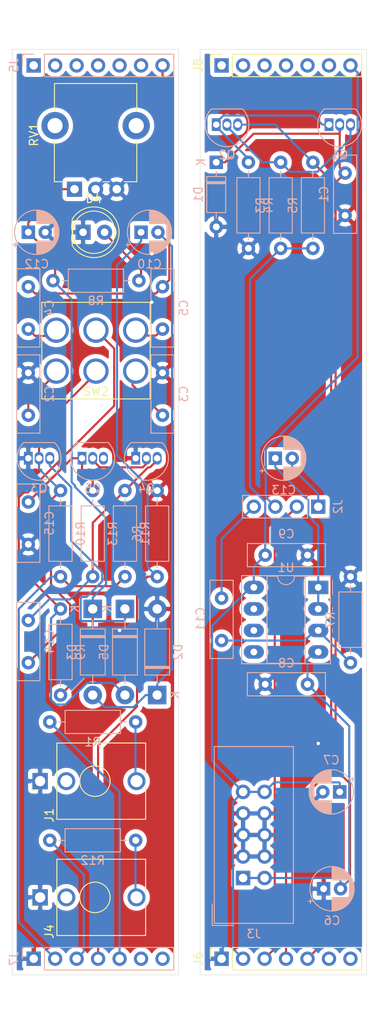
<source format=kicad_pcb>
(kicad_pcb (version 20171130) (host pcbnew "(5.1.2)-2")
  (layers (0 F.Cu signal) (31 B.Cu signal) (34 B.Paste user) (35 F.Paste user) (36 B.SilkS user) (37 F.SilkS user) (38 B.Mask user) (39 F.Mask user) (44 Edge.Cuts user))
  (net 0 "")
  (net 1 GND)
  (net 2 /C1_Hihat)
  (net 3 /C1_Snare)
  (net 4 /C2_Hihat)
  (net 5 /C2_Snare)
  (net 6 -12V)
  (net 7 +12V)
  (net 8 "Net-(C10-Pad2)")
  (net 9 "Net-(C11-Pad2)")
  (net 10 /Buffer_In)
  (net 11 "Net-(C12-Pad1)")
  (net 12 /Buffer_Out)
  (net 13 "Net-(C13-Pad1)")
  (net 14 "Net-(C14-Pad2)")
  (net 15 /C1_IN)
  (net 16 "Net-(C15-Pad2)")
  (net 17 "Net-(D4-Pad2)")
  (net 18 /C2_IN)
  (net 19 "Net-(D5-Pad1)")
  (net 20 "Net-(J1-PadT)")
  (net 21 "Net-(J4-PadT)")
  (net 22 "Net-(Q1-Pad1)")
  (net 23 "Net-(Q1-Pad3)")
  (net 24 "Net-(Q4-Pad2)")
  (net 25 "Net-(Q5-Pad3)")
  (net 26 "Net-(U1-Pad7)")
  (net 27 "Net-(U1-Pad6)")
  (net 28 "Net-(U1-Pad5)")
  (net 29 /GND_PCB_B)
  (net 30 /+12_PCB_B)
  (net 31 "Net-(J5-Pad6)")
  (net 32 "Net-(J5-Pad5)")
  (net 33 "Net-(J5-Pad4)")
  (net 34 "Net-(J5-Pad3)")
  (net 35 "Net-(J5-Pad2)")
  (net 36 "Net-(J5-Pad1)")
  (net 37 "Net-(J6-Pad7)")
  (net 38 "Net-(J6-Pad6)")
  (net 39 "Net-(J7-Pad7)")
  (net 40 "Net-(J7-Pad6)")
  (net 41 "Net-(J8-Pad6)")
  (net 42 "Net-(J8-Pad5)")
  (net 43 "Net-(J8-Pad4)")
  (net 44 "Net-(J8-Pad3)")
  (net 45 "Net-(J8-Pad2)")
  (net 46 "Net-(J8-Pad1)")
  (net 47 /Main_Out_PCB_B)
  (net 48 /Trigger_PCB_B)
  (net 49 /IN_PCB_A)
  (net 50 /IN_PCB_B)
  (net 51 /Trigger_PCB_A)
  (net 52 /Noise_Out_PCB_B)
  (net 53 /Noise_Out_PCB_A)
  (net 54 /Main_Out_PCB_A)
  (module Connector_PinSocket_2.54mm:PinSocket_1x07_P2.54mm_Vertical (layer F.Cu) (at 56.515 52.705 90)
    (fp_text reference J8 (at 0 -2.77 90) (layer F.SilkS))
    (fp_text value Conn_01x07_Female)
    (pad 7 thru_hole oval (at 0 15.24 90) (size 1.7 1.7) (drill 1) (layers *.Cu *.Mask) (net 53 /Noise_Out_PCB_A))
    (pad 6 thru_hole oval (at 0 12.7 90) (size 1.7 1.7) (drill 1) (layers *.Cu *.Mask) (net 41 "Net-(J8-Pad6)"))
    (pad 5 thru_hole oval (at 0 10.16 90) (size 1.7 1.7) (drill 1) (layers *.Cu *.Mask) (net 42 "Net-(J8-Pad5)"))
    (pad 4 thru_hole oval (at 0 7.62 90) (size 1.7 1.7) (drill 1) (layers *.Cu *.Mask) (net 43 "Net-(J8-Pad4)"))
    (pad 3 thru_hole oval (at 0 5.08 90) (size 1.7 1.7) (drill 1) (layers *.Cu *.Mask) (net 44 "Net-(J8-Pad3)"))
    (pad 2 thru_hole oval (at 0 2.54 90) (size 1.7 1.7) (drill 1) (layers *.Cu *.Mask) (net 45 "Net-(J8-Pad2)"))
    (pad 1 thru_hole rect (at 0 0 90) (size 1.7 1.7) (drill 1) (layers *.Cu *.Mask) (net 46 "Net-(J8-Pad1)"))
  )
  (module Connector_PinHeader_2.54mm:PinHeader_1x07_P2.54mm_Vertical (layer B.Cu) (at 34.29 158.115 270)
    (fp_text reference J7 (at 0 2.33 90) (layer B.SilkS) (effects (justify mirror)))
    (fp_text value Conn_01x07_Male)
    (pad 7 thru_hole oval (at 0 -15.24 270) (size 1.7 1.7) (drill 1) (layers *.Cu *.Mask) (net 39 "Net-(J7-Pad7)"))
    (pad 6 thru_hole oval (at 0 -12.7 270) (size 1.7 1.7) (drill 1) (layers *.Cu *.Mask) (net 40 "Net-(J7-Pad6)"))
    (pad 5 thru_hole oval (at 0 -10.16 270) (size 1.7 1.7) (drill 1) (layers *.Cu *.Mask) (net 50 /IN_PCB_B))
    (pad 4 thru_hole oval (at 0 -7.62 270) (size 1.7 1.7) (drill 1) (layers *.Cu *.Mask) (net 48 /Trigger_PCB_B))
    (pad 3 thru_hole oval (at 0 -5.08 270) (size 1.7 1.7) (drill 1) (layers *.Cu *.Mask) (net 47 /Main_Out_PCB_B))
    (pad 2 thru_hole oval (at 0 -2.54 270) (size 1.7 1.7) (drill 1) (layers *.Cu *.Mask) (net 30 /+12_PCB_B))
    (pad 1 thru_hole rect (at 0 0 270) (size 1.7 1.7) (drill 1) (layers *.Cu *.Mask) (net 29 /GND_PCB_B))
  )
  (module Connector_PinSocket_2.54mm:PinSocket_1x07_P2.54mm_Vertical (layer F.Cu) (at 56.515 158.115 90)
    (fp_text reference J6 (at 0 -2.77 90) (layer F.SilkS))
    (fp_text value Conn_01x07_Female)
    (pad 7 thru_hole oval (at 0 15.24 90) (size 1.7 1.7) (drill 1) (layers *.Cu *.Mask) (net 37 "Net-(J6-Pad7)"))
    (pad 6 thru_hole oval (at 0 12.7 90) (size 1.7 1.7) (drill 1) (layers *.Cu *.Mask) (net 38 "Net-(J6-Pad6)"))
    (pad 5 thru_hole oval (at 0 10.16 90) (size 1.7 1.7) (drill 1) (layers *.Cu *.Mask) (net 49 /IN_PCB_A))
    (pad 4 thru_hole oval (at 0 7.62 90) (size 1.7 1.7) (drill 1) (layers *.Cu *.Mask) (net 51 /Trigger_PCB_A))
    (pad 3 thru_hole oval (at 0 5.08 90) (size 1.7 1.7) (drill 1) (layers *.Cu *.Mask) (net 54 /Main_Out_PCB_A))
    (pad 2 thru_hole oval (at 0 2.54 90) (size 1.7 1.7) (drill 1) (layers *.Cu *.Mask) (net 7 +12V))
    (pad 1 thru_hole rect (at 0 0 90) (size 1.7 1.7) (drill 1) (layers *.Cu *.Mask) (net 1 GND))
  )
  (module Connector_PinHeader_2.54mm:PinHeader_1x07_P2.54mm_Vertical (layer B.Cu) (at 34.29 52.705 270)
    (fp_text reference J5 (at 0 2.33 270) (layer B.SilkS) (effects (justify mirror)))
    (fp_text value Conn_01x07_Male)
    (pad 7 thru_hole oval (at 0 -15.24 270) (size 1.7 1.7) (drill 1) (layers *.Cu *.Mask) (net 52 /Noise_Out_PCB_B))
    (pad 6 thru_hole oval (at 0 -12.7 270) (size 1.7 1.7) (drill 1) (layers *.Cu *.Mask) (net 31 "Net-(J5-Pad6)"))
    (pad 5 thru_hole oval (at 0 -10.16 270) (size 1.7 1.7) (drill 1) (layers *.Cu *.Mask) (net 32 "Net-(J5-Pad5)"))
    (pad 4 thru_hole oval (at 0 -7.62 270) (size 1.7 1.7) (drill 1) (layers *.Cu *.Mask) (net 33 "Net-(J5-Pad4)"))
    (pad 3 thru_hole oval (at 0 -5.08 270) (size 1.7 1.7) (drill 1) (layers *.Cu *.Mask) (net 34 "Net-(J5-Pad3)"))
    (pad 2 thru_hole oval (at 0 -2.54 270) (size 1.7 1.7) (drill 1) (layers *.Cu *.Mask) (net 35 "Net-(J5-Pad2)"))
    (pad 1 thru_hole rect (at 0 0 270) (size 1.7 1.7) (drill 1) (layers *.Cu *.Mask) (net 36 "Net-(J5-Pad1)"))
  )
  (module Package_DIP:DIP-8_W7.62mm_Socket_LongPads (layer B.Cu) (at 67.945 114.3 180)
    (fp_text reference U1 (at 3.81 2.33) (layer B.SilkS) (effects (justify mirror)))
    (fp_text value TL072)
    (pad 8 thru_hole oval (at 7.62 0 180) (size 2.4 1.6) (drill 0.8) (layers *.Cu *.Mask) (net 7 +12V))
    (pad 4 thru_hole oval (at 0 -7.62 180) (size 2.4 1.6) (drill 0.8) (layers *.Cu *.Mask) (net 6 -12V))
    (pad 7 thru_hole oval (at 7.62 -2.54 180) (size 2.4 1.6) (drill 0.8) (layers *.Cu *.Mask) (net 26 "Net-(U1-Pad7)"))
    (pad 3 thru_hole oval (at 0 -5.08 180) (size 2.4 1.6) (drill 0.8) (layers *.Cu *.Mask) (net 9 "Net-(C11-Pad2)"))
    (pad 6 thru_hole oval (at 7.62 -5.08 180) (size 2.4 1.6) (drill 0.8) (layers *.Cu *.Mask) (net 27 "Net-(U1-Pad6)"))
    (pad 2 thru_hole oval (at 0 -2.54 180) (size 2.4 1.6) (drill 0.8) (layers *.Cu *.Mask) (net 13 "Net-(C13-Pad1)"))
    (pad 5 thru_hole oval (at 7.62 -7.62 180) (size 2.4 1.6) (drill 0.8) (layers *.Cu *.Mask) (net 28 "Net-(U1-Pad5)"))
    (pad 1 thru_hole rect (at 0 0 180) (size 2.4 1.6) (drill 0.8) (layers *.Cu *.Mask) (net 13 "Net-(C13-Pad1)"))
  )
  (module mod_synth:DPDT_Switch_Vertical (layer F.Cu) (at 41.656 86.36)
    (fp_text reference SW2 (at 0 4.826) (layer F.SilkS))
    (fp_text value SW_DPDT_x2)
    (pad 6 thru_hole circle (at 4.7 -2.415) (size 3 3) (drill 2.25) (layers *.Cu *.Mask) (net 5 /C2_Snare))
    (pad 5 thru_hole circle (at 0 -2.415) (size 3 3) (drill 2.25) (layers *.Cu *.Mask) (net 18 /C2_IN))
    (pad 4 thru_hole circle (at -4.7 -2.415) (size 3 3) (drill 2.25) (layers *.Cu *.Mask) (net 4 /C2_Hihat))
    (pad 3 thru_hole circle (at 4.7 2.415) (size 3 3) (drill 2.25) (layers *.Cu *.Mask) (net 3 /C1_Snare))
    (pad 2 thru_hole circle (at 0 2.415) (size 3 3) (drill 2.25) (layers *.Cu *.Mask) (net 15 /C1_IN))
    (pad 1 thru_hole circle (at -4.7 2.415) (size 3 3) (drill 2.25) (layers *.Cu *.Mask) (net 2 /C1_Hihat))
  )
  (module Potentiometer_THT:Potentiometer_Alpha_RD901F-40-00D_Single_Vertical_CircularHoles (layer F.Cu) (at 39.116 67.31 90)
    (fp_text reference RV1 (at 6.45 -4.8 270) (layer F.SilkS))
    (fp_text value "1m (Decay)")
    (pad "" thru_hole circle (at 7.5 -2.3 180) (size 3.24 3.24) (drill 1.8) (layers *.Cu *.Mask))
    (pad "" thru_hole circle (at 7.5 7.3 180) (size 3.24 3.24) (drill 1.8) (layers *.Cu *.Mask))
    (pad 3 thru_hole circle (at 0 5 180) (size 1.8 1.8) (drill 1) (layers *.Cu *.Mask) (net 29 /GND_PCB_B))
    (pad 2 thru_hole circle (at 0 2.5 180) (size 1.8 1.8) (drill 1) (layers *.Cu *.Mask) (net 29 /GND_PCB_B))
    (pad 1 thru_hole rect (at 0 0 180) (size 1.8 1.8) (drill 1) (layers *.Cu *.Mask) (net 11 "Net-(C12-Pad1)"))
  )
  (module Resistor_THT:R_Axial_DIN0207_L6.3mm_D2.5mm_P10.16mm_Horizontal (layer B.Cu) (at 41.275 113.03 90)
    (fp_text reference R13 (at 5.08 2.37 270) (layer B.SilkS) (effects (justify mirror)))
    (fp_text value 47k)
    (pad 2 thru_hole oval (at 10.16 0 90) (size 1.6 1.6) (drill 0.8) (layers *.Cu *.Mask) (net 16 "Net-(C15-Pad2)"))
    (pad 1 thru_hole circle (at 0 0 90) (size 1.6 1.6) (drill 0.8) (layers *.Cu *.Mask) (net 14 "Net-(C14-Pad2)"))
  )
  (module Resistor_THT:R_Axial_DIN0207_L6.3mm_D2.5mm_P10.16mm_Horizontal (layer B.Cu) (at 36.195 144.145)
    (fp_text reference R12 (at 5.08 2.37 180) (layer B.SilkS) (effects (justify mirror)))
    (fp_text value 1k)
    (pad 2 thru_hole oval (at 10.16 0) (size 1.6 1.6) (drill 0.8) (layers *.Cu *.Mask) (net 21 "Net-(J4-PadT)"))
    (pad 1 thru_hole circle (at 0 0) (size 1.6 1.6) (drill 0.8) (layers *.Cu *.Mask) (net 47 /Main_Out_PCB_B))
  )
  (module Resistor_THT:R_Axial_DIN0207_L6.3mm_D2.5mm_P10.16mm_Horizontal (layer B.Cu) (at 45.085 113.03 90)
    (fp_text reference R11 (at 5.08 2.37 270) (layer B.SilkS) (effects (justify mirror)))
    (fp_text value 4k7)
    (pad 2 thru_hole oval (at 10.16 0 90) (size 1.6 1.6) (drill 0.8) (layers *.Cu *.Mask) (net 14 "Net-(C14-Pad2)"))
    (pad 1 thru_hole circle (at 0 0 90) (size 1.6 1.6) (drill 0.8) (layers *.Cu *.Mask) (net 30 /+12_PCB_B))
  )
  (module Resistor_THT:R_Axial_DIN0207_L6.3mm_D2.5mm_P10.16mm_Horizontal (layer B.Cu) (at 37.465 113.03 90)
    (fp_text reference R10 (at 5.08 2.37 270) (layer B.SilkS) (effects (justify mirror)))
    (fp_text value 1m)
    (pad 2 thru_hole oval (at 10.16 0 90) (size 1.6 1.6) (drill 0.8) (layers *.Cu *.Mask) (net 15 /C1_IN))
    (pad 1 thru_hole circle (at 0 0 90) (size 1.6 1.6) (drill 0.8) (layers *.Cu *.Mask) (net 30 /+12_PCB_B))
  )
  (module Resistor_THT:R_Axial_DIN0207_L6.3mm_D2.5mm_P10.16mm_Horizontal (layer B.Cu) (at 37.465 127 90)
    (fp_text reference R9 (at 5.08 2.37 270) (layer B.SilkS) (effects (justify mirror)))
    (fp_text value 33k)
    (pad 2 thru_hole oval (at 10.16 0 90) (size 1.6 1.6) (drill 0.8) (layers *.Cu *.Mask) (net 18 /C2_IN))
    (pad 1 thru_hole circle (at 0 0 90) (size 1.6 1.6) (drill 0.8) (layers *.Cu *.Mask) (net 11 "Net-(C12-Pad1)"))
  )
  (module Resistor_THT:R_Axial_DIN0207_L6.3mm_D2.5mm_P10.16mm_Horizontal (layer B.Cu) (at 36.576 78.105)
    (fp_text reference R8 (at 5.08 2.37 180) (layer B.SilkS) (effects (justify mirror)))
    (fp_text value 1k)
    (pad 2 thru_hole oval (at 10.16 0) (size 1.6 1.6) (drill 0.8) (layers *.Cu *.Mask) (net 17 "Net-(D4-Pad2)"))
    (pad 1 thru_hole circle (at 0 0) (size 1.6 1.6) (drill 0.8) (layers *.Cu *.Mask) (net 11 "Net-(C12-Pad1)"))
  )
  (module Resistor_THT:R_Axial_DIN0207_L6.3mm_D2.5mm_P10.16mm_Horizontal (layer B.Cu) (at 71.755 113.03 270)
    (fp_text reference R7 (at 5.08 2.37 270) (layer B.SilkS) (effects (justify mirror)))
    (fp_text value 1m)
    (pad 2 thru_hole oval (at 10.16 0 270) (size 1.6 1.6) (drill 0.8) (layers *.Cu *.Mask) (net 9 "Net-(C11-Pad2)"))
    (pad 1 thru_hole circle (at 0 0 270) (size 1.6 1.6) (drill 0.8) (layers *.Cu *.Mask) (net 1 GND))
  )
  (module Resistor_THT:R_Axial_DIN0207_L6.3mm_D2.5mm_P10.16mm_Horizontal (layer B.Cu) (at 48.895 102.87 270)
    (fp_text reference R6 (at 5.08 2.37 270) (layer B.SilkS) (effects (justify mirror)))
    (fp_text value "4k7 (OPTIONAL)")
    (pad 2 thru_hole oval (at 10.16 0 270) (size 1.6 1.6) (drill 0.8) (layers *.Cu *.Mask) (net 48 /Trigger_PCB_B))
    (pad 1 thru_hole circle (at 0 0 270) (size 1.6 1.6) (drill 0.8) (layers *.Cu *.Mask) (net 29 /GND_PCB_B))
  )
  (module Resistor_THT:R_Axial_DIN0207_L6.3mm_D2.5mm_P10.16mm_Horizontal (layer B.Cu) (at 67.31 64.135 270)
    (fp_text reference R5 (at 5.08 2.37 90) (layer B.SilkS) (effects (justify mirror)))
    (fp_text value 4k7)
    (pad 2 thru_hole oval (at 10.16 0 270) (size 1.6 1.6) (drill 0.8) (layers *.Cu *.Mask) (net 7 +12V))
    (pad 1 thru_hole circle (at 0 0 270) (size 1.6 1.6) (drill 0.8) (layers *.Cu *.Mask) (net 51 /Trigger_PCB_A))
  )
  (module Resistor_THT:R_Axial_DIN0207_L6.3mm_D2.5mm_P10.16mm_Horizontal (layer B.Cu) (at 59.69 74.295 90)
    (fp_text reference R4 (at 5.08 2.37 270) (layer B.SilkS) (effects (justify mirror)))
    (fp_text value 220)
    (pad 2 thru_hole oval (at 10.16 0 90) (size 1.6 1.6) (drill 0.8) (layers *.Cu *.Mask) (net 22 "Net-(Q1-Pad1)"))
    (pad 1 thru_hole circle (at 0 0 90) (size 1.6 1.6) (drill 0.8) (layers *.Cu *.Mask) (net 1 GND))
  )
  (module Resistor_THT:R_Axial_DIN0207_L6.3mm_D2.5mm_P10.16mm_Horizontal (layer B.Cu) (at 63.5 64.135 270)
    (fp_text reference R3 (at 5.08 2.37 270) (layer B.SilkS) (effects (justify mirror)))
    (fp_text value 47k)
    (pad 2 thru_hole oval (at 10.16 0 270) (size 1.6 1.6) (drill 0.8) (layers *.Cu *.Mask) (net 7 +12V))
    (pad 1 thru_hole circle (at 0 0 270) (size 1.6 1.6) (drill 0.8) (layers *.Cu *.Mask) (net 23 "Net-(Q1-Pad3)"))
  )
  (module Resistor_THT:R_Axial_DIN0207_L6.3mm_D2.5mm_P10.16mm_Horizontal (layer B.Cu) (at 36.195 130.175)
    (fp_text reference R1 (at 5.08 2.37 180) (layer B.SilkS) (effects (justify mirror)))
    (fp_text value 100k)
    (pad 2 thru_hole oval (at 10.16 0) (size 1.6 1.6) (drill 0.8) (layers *.Cu *.Mask) (net 20 "Net-(J1-PadT)"))
    (pad 1 thru_hole circle (at 0 0) (size 1.6 1.6) (drill 0.8) (layers *.Cu *.Mask) (net 50 /IN_PCB_B))
  )
  (module Package_TO_SOT_THT:TO-92_Inline (layer B.Cu) (at 40.005 99.06)
    (fp_text reference Q5 (at 1.27 3.56) (layer B.SilkS) (effects (justify mirror)))
    (fp_text value 2N3904)
    (pad 1 thru_hole rect (at 0 0) (size 1.05 1.5) (drill 0.75) (layers *.Cu *.Mask) (net 16 "Net-(C15-Pad2)"))
    (pad 3 thru_hole oval (at 2.54 0) (size 1.05 1.5) (drill 0.75) (layers *.Cu *.Mask) (net 25 "Net-(Q5-Pad3)"))
    (pad 2 thru_hole oval (at 1.27 0) (size 1.05 1.5) (drill 0.75) (layers *.Cu *.Mask) (net 24 "Net-(Q4-Pad2)"))
  )
  (module Package_TO_SOT_THT:TO-92_Inline (layer B.Cu) (at 46.355 99.06)
    (fp_text reference Q4 (at 1.27 3.56) (layer B.SilkS) (effects (justify mirror)))
    (fp_text value 2N3904)
    (pad 1 thru_hole rect (at 0 0) (size 1.05 1.5) (drill 0.75) (layers *.Cu *.Mask) (net 29 /GND_PCB_B))
    (pad 3 thru_hole oval (at 2.54 0) (size 1.05 1.5) (drill 0.75) (layers *.Cu *.Mask) (net 14 "Net-(C14-Pad2)"))
    (pad 2 thru_hole oval (at 1.27 0) (size 1.05 1.5) (drill 0.75) (layers *.Cu *.Mask) (net 24 "Net-(Q4-Pad2)"))
  )
  (module Package_TO_SOT_THT:TO-92_Inline (layer B.Cu) (at 33.655 99.06)
    (fp_text reference Q3 (at 1.27 3.56) (layer B.SilkS) (effects (justify mirror)))
    (fp_text value 2N3904)
    (pad 1 thru_hole rect (at 0 0) (size 1.05 1.5) (drill 0.75) (layers *.Cu *.Mask) (net 29 /GND_PCB_B))
    (pad 3 thru_hole oval (at 2.54 0) (size 1.05 1.5) (drill 0.75) (layers *.Cu *.Mask) (net 19 "Net-(D5-Pad1)"))
    (pad 2 thru_hole oval (at 1.27 0) (size 1.05 1.5) (drill 0.75) (layers *.Cu *.Mask) (net 15 /C1_IN))
  )
  (module Package_TO_SOT_THT:TO-92_Inline (layer B.Cu) (at 55.88 59.69)
    (fp_text reference Q2 (at 1.27 3.56) (layer B.SilkS) (effects (justify mirror)))
    (fp_text value 2N3904)
    (pad 1 thru_hole rect (at 0 0) (size 1.05 1.5) (drill 0.75) (layers *.Cu *.Mask) (net 22 "Net-(Q1-Pad1)"))
    (pad 3 thru_hole oval (at 2.54 0) (size 1.05 1.5) (drill 0.75) (layers *.Cu *.Mask) (net 51 /Trigger_PCB_A))
    (pad 2 thru_hole oval (at 1.27 0) (size 1.05 1.5) (drill 0.75) (layers *.Cu *.Mask) (net 23 "Net-(Q1-Pad3)"))
  )
  (module Package_TO_SOT_THT:TO-92_Inline (layer B.Cu) (at 69.215 59.69)
    (fp_text reference Q1 (at 1.27 3.56) (layer B.SilkS) (effects (justify mirror)))
    (fp_text value 2N3904)
    (pad 1 thru_hole rect (at 0 0) (size 1.05 1.5) (drill 0.75) (layers *.Cu *.Mask) (net 22 "Net-(Q1-Pad1)"))
    (pad 3 thru_hole oval (at 2.54 0) (size 1.05 1.5) (drill 0.75) (layers *.Cu *.Mask) (net 23 "Net-(Q1-Pad3)"))
    (pad 2 thru_hole oval (at 1.27 0) (size 1.05 1.5) (drill 0.75) (layers *.Cu *.Mask) (net 49 /IN_PCB_A))
  )
  (module Connector_Audio:Jack_3.5mm_QingPu_WQP-PJ398SM_Vertical_CircularHoles (layer F.Cu) (at 35.052 150.876 90)
    (fp_text reference J4 (at -4.03 1.08 270) (layer F.SilkS))
    (fp_text value Out)
    (pad T thru_hole circle (at 0 11.4 270) (size 2.13 2.13) (drill 1.43) (layers *.Cu *.Mask) (net 21 "Net-(J4-PadT)"))
    (pad S thru_hole rect (at 0 0 270) (size 1.93 1.83) (drill 1.22) (layers *.Cu *.Mask) (net 29 /GND_PCB_B))
    (pad TN thru_hole circle (at 0 3.1 270) (size 2.13 2.13) (drill 1.42) (layers *.Cu *.Mask))
  )
  (module Connector_IDC:IDC-Header_2x05_P2.54mm_Vertical (layer B.Cu) (at 59.055 148.59)
    (fp_text reference J3 (at 1.27 6.604) (layer B.SilkS) (effects (justify mirror)))
    (fp_text value Conn_02x05_Odd_Even)
    (pad 10 thru_hole oval (at 2.54 -10.16) (size 1.7272 1.7272) (drill 1.016) (layers *.Cu *.Mask) (net 7 +12V))
    (pad 9 thru_hole oval (at 0 -10.16) (size 1.7272 1.7272) (drill 1.016) (layers *.Cu *.Mask) (net 7 +12V))
    (pad 8 thru_hole oval (at 2.54 -7.62) (size 1.7272 1.7272) (drill 1.016) (layers *.Cu *.Mask) (net 1 GND))
    (pad 7 thru_hole oval (at 0 -7.62) (size 1.7272 1.7272) (drill 1.016) (layers *.Cu *.Mask) (net 1 GND))
    (pad 6 thru_hole oval (at 2.54 -5.08) (size 1.7272 1.7272) (drill 1.016) (layers *.Cu *.Mask) (net 1 GND))
    (pad 5 thru_hole oval (at 0 -5.08) (size 1.7272 1.7272) (drill 1.016) (layers *.Cu *.Mask) (net 1 GND))
    (pad 4 thru_hole oval (at 2.54 -2.54) (size 1.7272 1.7272) (drill 1.016) (layers *.Cu *.Mask) (net 1 GND))
    (pad 3 thru_hole oval (at 0 -2.54) (size 1.7272 1.7272) (drill 1.016) (layers *.Cu *.Mask) (net 1 GND))
    (pad 2 thru_hole oval (at 2.54 0) (size 1.7272 1.7272) (drill 1.016) (layers *.Cu *.Mask) (net 6 -12V))
    (pad 1 thru_hole rect (at 0 0) (size 1.7272 1.7272) (drill 1.016) (layers *.Cu *.Mask) (net 6 -12V))
  )
  (module Connector_PinHeader_2.54mm:PinHeader_1x04_P2.54mm_Vertical (layer B.Cu) (at 67.945 104.775 90)
    (fp_text reference J2 (at 0 2.33 90) (layer B.SilkS) (effects (justify mirror)))
    (fp_text value Conn_01x04_Male)
    (pad 4 thru_hole oval (at 0 -7.62 90) (size 1.7 1.7) (drill 1) (layers *.Cu *.Mask) (net 10 /Buffer_In))
    (pad 3 thru_hole oval (at 0 -5.08 90) (size 1.7 1.7) (drill 1) (layers *.Cu *.Mask) (net 53 /Noise_Out_PCB_A))
    (pad 2 thru_hole oval (at 0 -2.54 90) (size 1.7 1.7) (drill 1) (layers *.Cu *.Mask) (net 54 /Main_Out_PCB_A))
    (pad 1 thru_hole rect (at 0 0 90) (size 1.7 1.7) (drill 1) (layers *.Cu *.Mask) (net 12 /Buffer_Out))
  )
  (module Connector_Audio:Jack_3.5mm_QingPu_WQP-PJ398SM_Vertical_CircularHoles (layer F.Cu) (at 35.052 137.16 90)
    (fp_text reference J1 (at -4.03 1.08 270) (layer F.SilkS))
    (fp_text value Trigger)
    (pad T thru_hole circle (at 0 11.4 270) (size 2.13 2.13) (drill 1.43) (layers *.Cu *.Mask) (net 20 "Net-(J1-PadT)"))
    (pad S thru_hole rect (at 0 0 270) (size 1.93 1.83) (drill 1.22) (layers *.Cu *.Mask) (net 29 /GND_PCB_B))
    (pad TN thru_hole circle (at 0 3.1 270) (size 2.13 2.13) (drill 1.42) (layers *.Cu *.Mask))
  )
  (module Diode_THT:D_DO-41_SOD81_P10.16mm_Horizontal (layer B.Cu) (at 45.085 116.84 270)
    (fp_text reference D5 (at 5.08 2.47 270) (layer B.SilkS) (effects (justify mirror)))
    (fp_text value 1N4001)
    (fp_text user K (at 0 2.1 270) (layer B.SilkS) (effects (justify mirror)))
    (pad 2 thru_hole oval (at 10.16 0 270) (size 2.2 2.2) (drill 1.1) (layers *.Cu *.Mask) (net 18 /C2_IN))
    (pad 1 thru_hole rect (at 0 0 270) (size 2.2 2.2) (drill 1.1) (layers *.Cu *.Mask) (net 19 "Net-(D5-Pad1)"))
  )
  (module LED_THT:LED_D5.0mm (layer F.Cu) (at 40.132 72.39)
    (fp_text reference D4 (at 1.27 -3.96) (layer F.SilkS))
    (fp_text value LED)
    (pad 2 thru_hole circle (at 2.54 0) (size 1.8 1.8) (drill 0.9) (layers *.Cu *.Mask) (net 17 "Net-(D4-Pad2)"))
    (pad 1 thru_hole rect (at 0 0) (size 1.8 1.8) (drill 0.9) (layers *.Cu *.Mask) (net 29 /GND_PCB_B))
  )
  (module Diode_THT:D_DO-41_SOD81_P10.16mm_Horizontal (layer B.Cu) (at 41.275 116.84 270)
    (fp_text reference D3 (at 5.08 2.47 270) (layer B.SilkS) (effects (justify mirror)))
    (fp_text value 1N4001)
    (fp_text user K (at 0 2.1 270) (layer B.SilkS) (effects (justify mirror)))
    (pad 2 thru_hole oval (at 10.16 0 270) (size 2.2 2.2) (drill 1.1) (layers *.Cu *.Mask) (net 8 "Net-(C10-Pad2)"))
    (pad 1 thru_hole rect (at 0 0 270) (size 2.2 2.2) (drill 1.1) (layers *.Cu *.Mask) (net 11 "Net-(C12-Pad1)"))
  )
  (module Diode_THT:D_DO-41_SOD81_P10.16mm_Horizontal (layer B.Cu) (at 48.895 127 90)
    (fp_text reference D2 (at 5.08 2.47 270) (layer B.SilkS) (effects (justify mirror)))
    (fp_text value 1N4001)
    (fp_text user K (at 0 2.1 270) (layer B.SilkS) (effects (justify mirror)))
    (pad 2 thru_hole oval (at 10.16 0 90) (size 2.2 2.2) (drill 1.1) (layers *.Cu *.Mask) (net 29 /GND_PCB_B))
    (pad 1 thru_hole rect (at 0 0 90) (size 2.2 2.2) (drill 1.1) (layers *.Cu *.Mask) (net 8 "Net-(C10-Pad2)"))
  )
  (module Diode_THT:D_DO-35_SOD27_P7.62mm_Horizontal (layer B.Cu) (at 55.88 64.135 270)
    (fp_text reference D1 (at 3.81 2.12 270) (layer B.SilkS) (effects (justify mirror)))
    (fp_text value 1N4148)
    (fp_text user K (at 0 1.8 270) (layer B.SilkS) (effects (justify mirror)))
    (pad 2 thru_hole oval (at 7.62 0 270) (size 1.6 1.6) (drill 0.8) (layers *.Cu *.Mask) (net 1 GND))
    (pad 1 thru_hole rect (at 0 0 270) (size 1.6 1.6) (drill 0.8) (layers *.Cu *.Mask) (net 49 /IN_PCB_A))
  )
  (module Capacitor_THT:C_Disc_D9.0mm_W2.5mm_P5.00mm (layer B.Cu) (at 33.655 109.22 90)
    (fp_text reference C15 (at 2.5 2.5 270) (layer B.SilkS) (effects (justify mirror)))
    (fp_text value 0.1uf)
    (pad 2 thru_hole circle (at 5 0 90) (size 1.6 1.6) (drill 0.8) (layers *.Cu *.Mask) (net 16 "Net-(C15-Pad2)"))
    (pad 1 thru_hole circle (at 0 0 90) (size 1.6 1.6) (drill 0.8) (layers *.Cu *.Mask) (net 29 /GND_PCB_B))
  )
  (module Capacitor_THT:C_Disc_D9.0mm_W2.5mm_P5.00mm (layer B.Cu) (at 33.655 123.19 90)
    (fp_text reference C14 (at 2.5 2.5 270) (layer B.SilkS) (effects (justify mirror)))
    (fp_text value 0.1uf)
    (pad 2 thru_hole circle (at 5 0 90) (size 1.6 1.6) (drill 0.8) (layers *.Cu *.Mask) (net 14 "Net-(C14-Pad2)"))
    (pad 1 thru_hole circle (at 0 0 90) (size 1.6 1.6) (drill 0.8) (layers *.Cu *.Mask) (net 15 /C1_IN))
  )
  (module Capacitor_THT:CP_Radial_D5.0mm_P2.00mm (layer B.Cu) (at 62.865 99.06)
    (fp_text reference C13 (at 1 3.75) (layer B.SilkS) (effects (justify mirror)))
    (fp_text value 10uf)
    (pad 2 thru_hole circle (at 2 0) (size 1.6 1.6) (drill 0.8) (layers *.Cu *.Mask) (net 12 /Buffer_Out))
    (pad 1 thru_hole rect (at 0 0) (size 1.6 1.6) (drill 0.8) (layers *.Cu *.Mask) (net 13 "Net-(C13-Pad1)"))
  )
  (module Capacitor_THT:CP_Radial_D5.0mm_P2.00mm (layer B.Cu) (at 33.655 72.39)
    (fp_text reference C12 (at 1 3.75) (layer B.SilkS) (effects (justify mirror)))
    (fp_text value 10uf)
    (pad 2 thru_hole circle (at 2 0) (size 1.6 1.6) (drill 0.8) (layers *.Cu *.Mask) (net 29 /GND_PCB_B))
    (pad 1 thru_hole rect (at 0 0) (size 1.6 1.6) (drill 0.8) (layers *.Cu *.Mask) (net 11 "Net-(C12-Pad1)"))
  )
  (module Capacitor_THT:C_Disc_D9.0mm_W2.5mm_P5.00mm (layer B.Cu) (at 56.515 115.57 270)
    (fp_text reference C11 (at 2.5 2.5 270) (layer B.SilkS) (effects (justify mirror)))
    (fp_text value 0.1uf)
    (pad 2 thru_hole circle (at 5 0 270) (size 1.6 1.6) (drill 0.8) (layers *.Cu *.Mask) (net 9 "Net-(C11-Pad2)"))
    (pad 1 thru_hole circle (at 0 0 270) (size 1.6 1.6) (drill 0.8) (layers *.Cu *.Mask) (net 10 /Buffer_In))
  )
  (module Capacitor_THT:CP_Radial_D5.0mm_P2.00mm (layer B.Cu) (at 46.99 72.39)
    (fp_text reference C10 (at 1 3.75) (layer B.SilkS) (effects (justify mirror)))
    (fp_text value 10uf)
    (pad 2 thru_hole circle (at 2 0) (size 1.6 1.6) (drill 0.8) (layers *.Cu *.Mask) (net 8 "Net-(C10-Pad2)"))
    (pad 1 thru_hole rect (at 0 0) (size 1.6 1.6) (drill 0.8) (layers *.Cu *.Mask) (net 48 /Trigger_PCB_B))
  )
  (module Capacitor_THT:C_Disc_D9.0mm_W2.5mm_P5.00mm (layer B.Cu) (at 66.675 110.49 180)
    (fp_text reference C9 (at 2.5 2.5) (layer B.SilkS) (effects (justify mirror)))
    (fp_text value 100nf)
    (pad 2 thru_hole circle (at 5 0 180) (size 1.6 1.6) (drill 0.8) (layers *.Cu *.Mask) (net 7 +12V))
    (pad 1 thru_hole circle (at 0 0 180) (size 1.6 1.6) (drill 0.8) (layers *.Cu *.Mask) (net 1 GND))
  )
  (module Capacitor_THT:C_Disc_D9.0mm_W2.5mm_P5.00mm (layer B.Cu) (at 66.675 125.73 180)
    (fp_text reference C8 (at 2.5 2.5) (layer B.SilkS) (effects (justify mirror)))
    (fp_text value 100nf)
    (pad 2 thru_hole circle (at 5 0 180) (size 1.6 1.6) (drill 0.8) (layers *.Cu *.Mask) (net 1 GND))
    (pad 1 thru_hole circle (at 0 0 180) (size 1.6 1.6) (drill 0.8) (layers *.Cu *.Mask) (net 6 -12V))
  )
  (module Capacitor_THT:CP_Radial_D5.0mm_P2.00mm (layer B.Cu) (at 70.485 138.43 180)
    (fp_text reference C7 (at 1 3.75) (layer B.SilkS) (effects (justify mirror)))
    (fp_text value 10uf)
    (pad 2 thru_hole circle (at 2 0 180) (size 1.6 1.6) (drill 0.8) (layers *.Cu *.Mask) (net 1 GND))
    (pad 1 thru_hole rect (at 0 0 180) (size 1.6 1.6) (drill 0.8) (layers *.Cu *.Mask) (net 7 +12V))
  )
  (module Capacitor_THT:CP_Radial_D5.0mm_P2.00mm (layer B.Cu) (at 68.58 149.86)
    (fp_text reference C6 (at 1 3.75) (layer B.SilkS) (effects (justify mirror)))
    (fp_text value 10uf)
    (pad 2 thru_hole circle (at 2 0) (size 1.6 1.6) (drill 0.8) (layers *.Cu *.Mask) (net 6 -12V))
    (pad 1 thru_hole rect (at 0 0) (size 1.6 1.6) (drill 0.8) (layers *.Cu *.Mask) (net 1 GND))
  )
  (module Capacitor_THT:C_Disc_D9.0mm_W2.5mm_P5.00mm (layer B.Cu) (at 49.53 83.82 90)
    (fp_text reference C5 (at 2.5 2.5 90) (layer B.SilkS) (effects (justify mirror)))
    (fp_text value "0.005uf (Snare)")
    (pad 2 thru_hole circle (at 5 0 90) (size 1.6 1.6) (drill 0.8) (layers *.Cu *.Mask) (net 52 /Noise_Out_PCB_B))
    (pad 1 thru_hole circle (at 0 0 90) (size 1.6 1.6) (drill 0.8) (layers *.Cu *.Mask) (net 5 /C2_Snare))
  )
  (module Capacitor_THT:C_Disc_D9.0mm_W2.5mm_P5.00mm (layer B.Cu) (at 33.655 83.82 90)
    (fp_text reference C4 (at 2.5 2.5 270) (layer B.SilkS) (effects (justify mirror)))
    (fp_text value "680pf (Hihat)")
    (pad 2 thru_hole circle (at 5 0 90) (size 1.6 1.6) (drill 0.8) (layers *.Cu *.Mask) (net 52 /Noise_Out_PCB_B))
    (pad 1 thru_hole circle (at 0 0 90) (size 1.6 1.6) (drill 0.8) (layers *.Cu *.Mask) (net 4 /C2_Hihat))
  )
  (module Capacitor_THT:C_Disc_D9.0mm_W2.5mm_P5.00mm (layer B.Cu) (at 49.53 93.98 90)
    (fp_text reference C3 (at 2.5 2.5 90) (layer B.SilkS) (effects (justify mirror)))
    (fp_text value "0.1uf (Snare)")
    (pad 2 thru_hole circle (at 5 0 90) (size 1.6 1.6) (drill 0.8) (layers *.Cu *.Mask) (net 29 /GND_PCB_B))
    (pad 1 thru_hole circle (at 0 0 90) (size 1.6 1.6) (drill 0.8) (layers *.Cu *.Mask) (net 3 /C1_Snare))
  )
  (module Capacitor_THT:C_Disc_D9.0mm_W2.5mm_P5.00mm (layer B.Cu) (at 33.655 93.98 90)
    (fp_text reference C2 (at 2.5 2.5 90) (layer B.SilkS) (effects (justify mirror)))
    (fp_text value "0.001uf (Hihat)")
    (pad 2 thru_hole circle (at 5 0 90) (size 1.6 1.6) (drill 0.8) (layers *.Cu *.Mask) (net 29 /GND_PCB_B))
    (pad 1 thru_hole circle (at 0 0 90) (size 1.6 1.6) (drill 0.8) (layers *.Cu *.Mask) (net 2 /C1_Hihat))
  )
  (module Capacitor_THT:C_Disc_D9.0mm_W2.5mm_P5.00mm (layer B.Cu) (at 71.12 65.405 270)
    (fp_text reference C1 (at 2.5 2.5 90) (layer B.SilkS) (effects (justify mirror)))
    (fp_text value "100nf to 1uf")
    (pad 2 thru_hole circle (at 5 0 270) (size 1.6 1.6) (drill 0.8) (layers *.Cu *.Mask) (net 1 GND))
    (pad 1 thru_hole circle (at 0 0 270) (size 1.6 1.6) (drill 0.8) (layers *.Cu *.Mask) (net 49 /IN_PCB_A))
  )
  (gr_line (start 73.66 50.8) (end 53.975 50.8) (layer Edge.Cuts) (width 0.05))
  (gr_line (start 73.66 160.02) (end 73.66 50.8) (layer Edge.Cuts) (width 0.05))
  (gr_line (start 53.975 160.02) (end 73.66 160.02) (layer Edge.Cuts) (width 0.05))
  (gr_line (start 53.975 50.8) (end 53.975 160.02) (layer Edge.Cuts) (width 0.05))
  (gr_line (start 51.435 50.8) (end 31.75 50.8) (layer Edge.Cuts) (width 0.05))
  (gr_line (start 51.435 160.02) (end 51.435 50.8) (layer Edge.Cuts) (width 0.05))
  (gr_line (start 31.75 160.02) (end 51.435 160.02) (layer Edge.Cuts) (width 0.05))
  (gr_line (start 31.75 50.8) (end 31.75 160.02) (layer Edge.Cuts) (width 0.05))
  (via (at 67.945 132.715) (size 0.8) (drill 0.4) (layers F.Cu B.Cu) (net 1))
  (segment (start 33.655 92.33) (end 33.655 93.98) (width 0.25) (layer F.Cu) (net 2))
  (segment (start 36.575 89.41) (end 33.655 92.33) (width 0.25) (layer F.Cu) (net 2))
  (segment (start 45.975 90.425) (end 45.975 89.41) (width 0.25) (layer F.Cu) (net 3))
  (segment (start 49.53 93.98) (end 45.975 90.425) (width 0.25) (layer F.Cu) (net 3))
  (segment (start 36.535001 84.619999) (end 36.575 84.58) (width 0.25) (layer F.Cu) (net 4))
  (segment (start 34.454999 84.619999) (end 36.535001 84.619999) (width 0.25) (layer F.Cu) (net 4))
  (segment (start 33.655 83.82) (end 34.454999 84.619999) (width 0.25) (layer F.Cu) (net 4))
  (segment (start 48.77 84.58) (end 49.53 83.82) (width 0.25) (layer F.Cu) (net 5))
  (segment (start 45.975 84.58) (end 48.77 84.58) (width 0.25) (layer F.Cu) (net 5))
  (segment (start 60.1686 148.59) (end 61.595 148.59) (width 0.25) (layer B.Cu) (net 6))
  (segment (start 59.055 148.59) (end 60.1686 148.59) (width 0.25) (layer B.Cu) (net 6))
  (segment (start 70.58 148.72863) (end 70.58 149.86) (width 0.25) (layer B.Cu) (net 6))
  (segment (start 70.44137 148.59) (end 70.58 148.72863) (width 0.25) (layer B.Cu) (net 6))
  (segment (start 61.595 148.59) (end 70.44137 148.59) (width 0.25) (layer B.Cu) (net 6))
  (segment (start 67.545 121.92) (end 67.945 121.92) (width 0.25) (layer B.Cu) (net 6))
  (segment (start 66.495 122.97) (end 67.545 121.92) (width 0.25) (layer B.Cu) (net 6))
  (segment (start 66.495 123.01) (end 66.495 122.97) (width 0.25) (layer B.Cu) (net 6))
  (segment (start 66.675 123.19) (end 66.495 123.01) (width 0.25) (layer B.Cu) (net 6))
  (segment (start 66.675 125.73) (end 66.675 123.19) (width 0.25) (layer B.Cu) (net 6))
  (segment (start 71.379999 149.060001) (end 70.58 149.86) (width 0.25) (layer B.Cu) (net 6))
  (segment (start 71.610001 148.829999) (end 71.379999 149.060001) (width 0.25) (layer B.Cu) (net 6))
  (segment (start 71.610001 130.665001) (end 71.610001 148.829999) (width 0.25) (layer B.Cu) (net 6))
  (segment (start 66.675 125.73) (end 71.610001 130.665001) (width 0.25) (layer B.Cu) (net 6))
  (segment (start 59.055 138.43) (end 61.595 138.43) (width 0.25) (layer B.Cu) (net 7))
  (segment (start 70.485 137.38) (end 70.485 138.43) (width 0.25) (layer B.Cu) (net 7))
  (segment (start 70.409999 137.304999) (end 70.485 137.38) (width 0.25) (layer B.Cu) (net 7))
  (segment (start 62.720001 137.304999) (end 70.409999 137.304999) (width 0.25) (layer B.Cu) (net 7))
  (segment (start 61.595 138.43) (end 62.720001 137.304999) (width 0.25) (layer B.Cu) (net 7))
  (segment (start 58.205001 157.265001) (end 59.055 158.115) (width 0.25) (layer B.Cu) (net 7))
  (segment (start 57.866399 156.926399) (end 58.205001 157.265001) (width 0.25) (layer B.Cu) (net 7))
  (segment (start 57.866399 139.618601) (end 57.866399 156.926399) (width 0.25) (layer B.Cu) (net 7))
  (segment (start 59.055 138.43) (end 57.866399 139.618601) (width 0.25) (layer B.Cu) (net 7))
  (segment (start 60.325 111.84) (end 61.675 110.49) (width 0.25) (layer B.Cu) (net 7))
  (segment (start 60.325 114.3) (end 60.325 111.84) (width 0.25) (layer B.Cu) (net 7))
  (segment (start 58.191401 137.566401) (end 59.055 138.43) (width 0.25) (layer B.Cu) (net 7))
  (segment (start 55.389999 134.764999) (end 58.191401 137.566401) (width 0.25) (layer B.Cu) (net 7))
  (segment (start 55.389999 118.835001) (end 55.389999 134.764999) (width 0.25) (layer B.Cu) (net 7))
  (segment (start 59.925 114.3) (end 55.389999 118.835001) (width 0.25) (layer B.Cu) (net 7))
  (segment (start 60.325 114.3) (end 59.925 114.3) (width 0.25) (layer B.Cu) (net 7))
  (segment (start 59.874991 102.421401) (end 59.874991 77.920009) (width 0.25) (layer B.Cu) (net 7))
  (segment (start 62.700001 75.094999) (end 63.5 74.295) (width 0.25) (layer B.Cu) (net 7))
  (segment (start 61.675 104.22141) (end 59.874991 102.421401) (width 0.25) (layer B.Cu) (net 7))
  (segment (start 61.675 110.49) (end 61.675 104.22141) (width 0.25) (layer B.Cu) (net 7))
  (segment (start 59.874991 77.920009) (end 62.700001 75.094999) (width 0.25) (layer B.Cu) (net 7))
  (segment (start 63.5 74.295) (end 67.31 74.295) (width 0.25) (layer B.Cu) (net 7))
  (segment (start 42.374999 128.099999) (end 41.275 127) (width 0.25) (layer B.Cu) (net 8))
  (segment (start 42.700001 128.425001) (end 42.374999 128.099999) (width 0.25) (layer B.Cu) (net 8))
  (segment (start 46.119999 128.425001) (end 42.700001 128.425001) (width 0.25) (layer B.Cu) (net 8))
  (segment (start 47.545 127) (end 46.119999 128.425001) (width 0.25) (layer B.Cu) (net 8))
  (segment (start 48.895 127) (end 47.545 127) (width 0.25) (layer B.Cu) (net 8))
  (segment (start 48.895 125.65) (end 48.895 127) (width 0.25) (layer B.Cu) (net 8))
  (segment (start 50.655001 123.889999) (end 48.895 125.65) (width 0.25) (layer B.Cu) (net 8))
  (segment (start 50.655001 74.055001) (end 50.655001 123.889999) (width 0.25) (layer B.Cu) (net 8))
  (segment (start 48.99 72.39) (end 50.655001 74.055001) (width 0.25) (layer B.Cu) (net 8))
  (segment (start 71.755 123.19) (end 67.945 119.38) (width 0.25) (layer B.Cu) (net 9))
  (segment (start 57.64637 120.57) (end 56.515 120.57) (width 0.25) (layer B.Cu) (net 9))
  (segment (start 66.355 120.57) (end 57.64637 120.57) (width 0.25) (layer B.Cu) (net 9))
  (segment (start 67.545 119.38) (end 66.355 120.57) (width 0.25) (layer B.Cu) (net 9))
  (segment (start 67.945 119.38) (end 67.545 119.38) (width 0.25) (layer B.Cu) (net 9))
  (segment (start 56.515 108.585) (end 60.325 104.775) (width 0.25) (layer B.Cu) (net 10))
  (segment (start 56.515 115.57) (end 56.515 108.585) (width 0.25) (layer B.Cu) (net 10))
  (segment (start 37.585 67.31) (end 38.735 67.31) (width 0.25) (layer F.Cu) (net 11))
  (segment (start 33.655 71.24) (end 37.585 67.31) (width 0.25) (layer F.Cu) (net 11))
  (segment (start 33.655 72.39) (end 33.655 71.24) (width 0.25) (layer F.Cu) (net 11))
  (segment (start 36.83 75.565) (end 33.655 72.39) (width 0.25) (layer F.Cu) (net 11))
  (segment (start 36.83 78.105) (end 36.83 75.565) (width 0.25) (layer F.Cu) (net 11))
  (segment (start 41.275 123.19) (end 37.465 127) (width 0.25) (layer F.Cu) (net 11))
  (segment (start 41.275 116.84) (end 41.275 123.19) (width 0.25) (layer F.Cu) (net 11))
  (segment (start 41.275 115.49) (end 42.850012 113.914988) (width 0.25) (layer B.Cu) (net 11))
  (segment (start 42.850012 106.110014) (end 39.185011 102.445013) (width 0.25) (layer B.Cu) (net 11))
  (segment (start 39.185011 102.445013) (end 39.185011 102.288598) (width 0.25) (layer B.Cu) (net 11))
  (segment (start 41.275 116.84) (end 41.275 115.49) (width 0.25) (layer B.Cu) (net 11))
  (segment (start 42.850012 113.914988) (end 42.850012 106.110014) (width 0.25) (layer B.Cu) (net 11))
  (segment (start 38.781001 101.884588) (end 39.185011 102.288598) (width 0.25) (layer B.Cu) (net 11))
  (segment (start 38.781001 80.310001) (end 38.781001 101.884588) (width 0.25) (layer B.Cu) (net 11))
  (segment (start 36.576 78.105) (end 38.781001 80.310001) (width 0.25) (layer B.Cu) (net 11))
  (segment (start 67.945 103.675) (end 67.945 104.775) (width 0.25) (layer B.Cu) (net 12))
  (segment (start 67.945 103.27137) (end 67.945 103.675) (width 0.25) (layer B.Cu) (net 12))
  (segment (start 64.865 100.19137) (end 67.945 103.27137) (width 0.25) (layer B.Cu) (net 12))
  (segment (start 64.865 99.06) (end 64.865 100.19137) (width 0.25) (layer B.Cu) (net 12))
  (segment (start 67.945 116.84) (end 67.945 114.3) (width 0.25) (layer B.Cu) (net 13))
  (segment (start 62.865 100.11) (end 62.865 99.06) (width 0.25) (layer B.Cu) (net 13))
  (segment (start 66.769999 104.014999) (end 62.865 100.11) (width 0.25) (layer B.Cu) (net 13))
  (segment (start 66.769999 105.885001) (end 66.769999 104.014999) (width 0.25) (layer B.Cu) (net 13))
  (segment (start 67.945 107.060002) (end 66.769999 105.885001) (width 0.25) (layer B.Cu) (net 13))
  (segment (start 67.945 114.3) (end 67.945 107.060002) (width 0.25) (layer B.Cu) (net 13))
  (segment (start 48.895 99.285) (end 48.895 99.06) (width 0.25) (layer F.Cu) (net 14))
  (segment (start 48.04499 100.13501) (end 48.895 99.285) (width 0.25) (layer F.Cu) (net 14))
  (segment (start 47.81999 100.13501) (end 48.04499 100.13501) (width 0.25) (layer F.Cu) (net 14))
  (segment (start 45.085 102.87) (end 47.81999 100.13501) (width 0.25) (layer F.Cu) (net 14))
  (segment (start 41.275 106.68) (end 45.085 102.87) (width 0.25) (layer F.Cu) (net 14))
  (segment (start 41.275 113.03) (end 41.275 106.68) (width 0.25) (layer F.Cu) (net 14))
  (segment (start 36.130001 115.714999) (end 38.590001 115.714999) (width 0.25) (layer B.Cu) (net 14))
  (segment (start 40.475001 113.829999) (end 41.275 113.03) (width 0.25) (layer B.Cu) (net 14))
  (segment (start 33.655 118.19) (end 36.130001 115.714999) (width 0.25) (layer B.Cu) (net 14))
  (segment (start 38.590001 115.714999) (end 40.475001 113.829999) (width 0.25) (layer B.Cu) (net 14))
  (segment (start 34.925 95.76) (end 41.275 89.41) (width 0.25) (layer F.Cu) (net 15))
  (segment (start 34.925 99.06) (end 34.925 95.76) (width 0.25) (layer F.Cu) (net 15))
  (segment (start 34.925 100.33) (end 34.925 99.06) (width 0.25) (layer B.Cu) (net 15))
  (segment (start 37.465 102.87) (end 34.925 100.33) (width 0.25) (layer B.Cu) (net 15))
  (segment (start 34.454999 122.390001) (end 33.655 123.19) (width 0.25) (layer F.Cu) (net 15))
  (segment (start 38.590001 118.254999) (end 34.454999 122.390001) (width 0.25) (layer F.Cu) (net 15))
  (segment (start 38.590001 116.299999) (end 38.590001 118.254999) (width 0.25) (layer F.Cu) (net 15))
  (segment (start 36.339999 114.049997) (end 38.590001 116.299999) (width 0.25) (layer F.Cu) (net 15))
  (segment (start 36.339999 103.995001) (end 36.339999 114.049997) (width 0.25) (layer F.Cu) (net 15))
  (segment (start 37.465 102.87) (end 36.339999 103.995001) (width 0.25) (layer F.Cu) (net 15))
  (segment (start 40.005 100.06) (end 40.005 99.06) (width 0.25) (layer F.Cu) (net 16))
  (segment (start 40.005 100.46863) (end 40.005 100.06) (width 0.25) (layer F.Cu) (net 16))
  (segment (start 41.275 101.73863) (end 40.005 100.46863) (width 0.25) (layer F.Cu) (net 16))
  (segment (start 41.275 102.87) (end 41.275 101.73863) (width 0.25) (layer F.Cu) (net 16))
  (segment (start 38.815 99.06) (end 40.005 99.06) (width 0.25) (layer F.Cu) (net 16))
  (segment (start 33.655 104.22) (end 38.815 99.06) (width 0.25) (layer F.Cu) (net 16))
  (segment (start 46.99 76.835) (end 46.99 78.105) (width 0.25) (layer F.Cu) (net 17))
  (segment (start 42.545 72.39) (end 46.99 76.835) (width 0.25) (layer F.Cu) (net 17))
  (segment (start 32.529999 103.679999) (end 32.529999 111.904999) (width 0.25) (layer F.Cu) (net 18))
  (segment (start 36.665001 116.040001) (end 37.465 116.84) (width 0.25) (layer F.Cu) (net 18))
  (segment (start 33.114999 103.094999) (end 32.529999 103.679999) (width 0.25) (layer F.Cu) (net 18))
  (segment (start 32.529999 111.904999) (end 36.665001 116.040001) (width 0.25) (layer F.Cu) (net 18))
  (segment (start 33.587096 103.094999) (end 33.114999 103.094999) (width 0.25) (layer F.Cu) (net 18))
  (segment (start 36.339999 117.965001) (end 36.665001 117.639999) (width 0.25) (layer B.Cu) (net 18))
  (segment (start 36.339999 127.540001) (end 36.339999 117.965001) (width 0.25) (layer B.Cu) (net 18))
  (segment (start 36.924999 128.125001) (end 36.339999 127.540001) (width 0.25) (layer B.Cu) (net 18))
  (segment (start 38.040997 128.125001) (end 36.924999 128.125001) (width 0.25) (layer B.Cu) (net 18))
  (segment (start 40.590999 125.574999) (end 38.040997 128.125001) (width 0.25) (layer B.Cu) (net 18))
  (segment (start 43.659999 125.574999) (end 40.590999 125.574999) (width 0.25) (layer B.Cu) (net 18))
  (segment (start 36.665001 117.639999) (end 37.465 116.84) (width 0.25) (layer B.Cu) (net 18))
  (segment (start 45.085 127) (end 43.659999 125.574999) (width 0.25) (layer B.Cu) (net 18))
  (segment (start 43.815 92.867096) (end 42.941048 93.741048) (width 0.25) (layer F.Cu) (net 18))
  (segment (start 43.815 86.104) (end 43.815 92.867096) (width 0.25) (layer F.Cu) (net 18))
  (segment (start 41.656 83.945) (end 43.815 86.104) (width 0.25) (layer F.Cu) (net 18))
  (segment (start 43.100001 93.582094) (end 42.941048 93.741048) (width 0.25) (layer F.Cu) (net 18))
  (segment (start 42.941048 93.741048) (end 33.587096 103.094999) (width 0.25) (layer F.Cu) (net 18))
  (segment (start 45.085 118.19) (end 45.085 116.84) (width 0.25) (layer B.Cu) (net 19))
  (segment (start 39.914999 118.265001) (end 45.009999 118.265001) (width 0.25) (layer B.Cu) (net 19))
  (segment (start 39.849999 118.200001) (end 39.914999 118.265001) (width 0.25) (layer B.Cu) (net 19))
  (segment (start 39.849999 115.57) (end 39.849999 118.200001) (width 0.25) (layer B.Cu) (net 19))
  (segment (start 40.005 115.414999) (end 39.849999 115.57) (width 0.25) (layer B.Cu) (net 19))
  (segment (start 40.555003 115.414999) (end 40.005 115.414999) (width 0.25) (layer B.Cu) (net 19))
  (segment (start 42.400001 113.570001) (end 40.555003 115.414999) (width 0.25) (layer B.Cu) (net 19))
  (segment (start 42.400001 112.489999) (end 42.400001 113.570001) (width 0.25) (layer B.Cu) (net 19))
  (segment (start 38.735 108.824998) (end 42.400001 112.489999) (width 0.25) (layer B.Cu) (net 19))
  (segment (start 38.735 102.474998) (end 38.735 108.824998) (width 0.25) (layer B.Cu) (net 19))
  (segment (start 36.195 99.934998) (end 38.735 102.474998) (width 0.25) (layer B.Cu) (net 19))
  (segment (start 36.195 99.06) (end 36.195 99.934998) (width 0.25) (layer B.Cu) (net 19))
  (segment (start 45.009999 118.265001) (end 45.085 118.19) (width 0.25) (layer B.Cu) (net 19))
  (segment (start 46.325 130.205) (end 46.355 130.175) (width 0.25) (layer B.Cu) (net 20))
  (segment (start 46.325 137.16) (end 46.325 130.205) (width 0.25) (layer B.Cu) (net 20))
  (segment (start 46.325 144.175) (end 46.355 144.145) (width 0.25) (layer B.Cu) (net 21))
  (segment (start 46.325 150.495) (end 46.325 144.175) (width 0.25) (layer B.Cu) (net 21))
  (segment (start 59.69 63.725) (end 59.69 64.135) (width 0.25) (layer B.Cu) (net 22))
  (segment (start 55.88 59.915) (end 59.69 63.725) (width 0.25) (layer B.Cu) (net 22))
  (segment (start 55.88 59.69) (end 55.88 59.915) (width 0.25) (layer B.Cu) (net 22))
  (segment (start 55.88 59.465) (end 55.88 59.69) (width 0.25) (layer B.Cu) (net 22))
  (segment (start 56.73001 58.61499) (end 55.88 59.465) (width 0.25) (layer B.Cu) (net 22))
  (segment (start 67.36499 58.61499) (end 56.73001 58.61499) (width 0.25) (layer B.Cu) (net 22))
  (segment (start 68.44 59.69) (end 67.36499 58.61499) (width 0.25) (layer B.Cu) (net 22))
  (segment (start 69.215 59.69) (end 68.44 59.69) (width 0.25) (layer B.Cu) (net 22))
  (segment (start 62.36863 64.135) (end 63.5 64.135) (width 0.25) (layer B.Cu) (net 23))
  (segment (start 61.37 64.135) (end 62.36863 64.135) (width 0.25) (layer B.Cu) (net 23))
  (segment (start 57.15 59.915) (end 61.37 64.135) (width 0.25) (layer B.Cu) (net 23))
  (segment (start 57.15 59.69) (end 57.15 59.915) (width 0.25) (layer B.Cu) (net 23))
  (segment (start 64.299999 64.934999) (end 63.5 64.135) (width 0.25) (layer B.Cu) (net 23))
  (segment (start 64.625001 65.260001) (end 64.299999 64.934999) (width 0.25) (layer B.Cu) (net 23))
  (segment (start 67.850001 65.260001) (end 64.625001 65.260001) (width 0.25) (layer B.Cu) (net 23))
  (segment (start 71.755 61.355002) (end 67.850001 65.260001) (width 0.25) (layer B.Cu) (net 23))
  (segment (start 71.755 59.69) (end 71.755 61.355002) (width 0.25) (layer B.Cu) (net 23))
  (segment (start 47.183589 100.135001) (end 47.625 99.693589) (width 0.25) (layer F.Cu) (net 24))
  (segment (start 42.125001 100.135001) (end 47.183589 100.135001) (width 0.25) (layer F.Cu) (net 24))
  (segment (start 41.275 99.285) (end 42.125001 100.135001) (width 0.25) (layer F.Cu) (net 24))
  (segment (start 41.275 99.06) (end 41.275 99.285) (width 0.25) (layer F.Cu) (net 24))
  (segment (start 47.625 99.693589) (end 47.625 99.06) (width 0.25) (layer F.Cu) (net 24))
  (via (at 44.45 119.38) (size 0.8) (drill 0.4) (layers F.Cu B.Cu) (net 29))
  (via (at 48.26 74.93) (size 0.8) (drill 0.4) (layers F.Cu B.Cu) (net 29))
  (via (at 48.26 80.645) (size 0.8) (drill 0.4) (layers F.Cu B.Cu) (net 29))
  (segment (start 36.33363 113.03) (end 37.465 113.03) (width 0.25) (layer B.Cu) (net 30))
  (segment (start 32.529999 116.833631) (end 36.33363 113.03) (width 0.25) (layer B.Cu) (net 30))
  (segment (start 36.83 158.115) (end 32.529999 153.814999) (width 0.25) (layer B.Cu) (net 30))
  (segment (start 32.529999 153.814999) (end 32.529999 116.833631) (width 0.25) (layer B.Cu) (net 30))
  (segment (start 44.285001 113.829999) (end 45.085 113.03) (width 0.25) (layer F.Cu) (net 30))
  (segment (start 43.959999 114.155001) (end 44.285001 113.829999) (width 0.25) (layer F.Cu) (net 30))
  (segment (start 38.590001 114.155001) (end 43.959999 114.155001) (width 0.25) (layer F.Cu) (net 30))
  (segment (start 37.465 113.03) (end 38.590001 114.155001) (width 0.25) (layer F.Cu) (net 30))
  (segment (start 36.994999 144.944999) (end 36.195 144.145) (width 0.25) (layer B.Cu) (net 47))
  (segment (start 40.219999 148.169999) (end 36.994999 144.944999) (width 0.25) (layer B.Cu) (net 47))
  (segment (start 40.219999 157.265001) (end 40.219999 148.169999) (width 0.25) (layer B.Cu) (net 47))
  (segment (start 39.37 158.115) (end 40.219999 157.265001) (width 0.25) (layer B.Cu) (net 47))
  (segment (start 41.91 156.912919) (end 41.91 158.115) (width 0.25) (layer F.Cu) (net 48))
  (segment (start 41.91 132.954998) (end 41.91 156.912919) (width 0.25) (layer F.Cu) (net 48))
  (segment (start 46.510001 128.354997) (end 41.91 132.954998) (width 0.25) (layer F.Cu) (net 48))
  (segment (start 46.510001 114.283629) (end 46.510001 128.354997) (width 0.25) (layer F.Cu) (net 48))
  (segment (start 47.76363 113.03) (end 46.510001 114.283629) (width 0.25) (layer F.Cu) (net 48))
  (segment (start 48.895 113.03) (end 47.76363 113.03) (width 0.25) (layer F.Cu) (net 48))
  (segment (start 46.99 73.44) (end 46.99 72.39) (width 0.25) (layer B.Cu) (net 48))
  (segment (start 44.149999 76.280001) (end 46.99 73.44) (width 0.25) (layer B.Cu) (net 48))
  (segment (start 44.149999 98.715001) (end 44.149999 76.280001) (width 0.25) (layer B.Cu) (net 48))
  (segment (start 47.769999 102.335001) (end 44.149999 98.715001) (width 0.25) (layer B.Cu) (net 48))
  (segment (start 47.769999 111.904999) (end 47.769999 102.335001) (width 0.25) (layer B.Cu) (net 48))
  (segment (start 48.895 113.03) (end 47.769999 111.904999) (width 0.25) (layer B.Cu) (net 48))
  (segment (start 70.485 60.69) (end 70.485 59.69) (width 0.25) (layer F.Cu) (net 49))
  (segment (start 70.409999 60.765001) (end 70.485 60.69) (width 0.25) (layer F.Cu) (net 49))
  (segment (start 60.299999 60.765001) (end 70.409999 60.765001) (width 0.25) (layer F.Cu) (net 49))
  (segment (start 56.93 64.135) (end 60.299999 60.765001) (width 0.25) (layer F.Cu) (net 49))
  (segment (start 55.88 64.135) (end 56.93 64.135) (width 0.25) (layer F.Cu) (net 49))
  (segment (start 70.485 64.77) (end 71.12 65.405) (width 0.25) (layer F.Cu) (net 49))
  (segment (start 70.485 59.69) (end 70.485 64.77) (width 0.25) (layer F.Cu) (net 49))
  (segment (start 67.524999 157.265001) (end 66.675 158.115) (width 0.25) (layer F.Cu) (net 49))
  (segment (start 71.705001 153.084999) (end 67.524999 157.265001) (width 0.25) (layer F.Cu) (net 49))
  (segment (start 71.705001 137.464999) (end 71.705001 153.084999) (width 0.25) (layer F.Cu) (net 49))
  (segment (start 69.994999 135.754997) (end 71.705001 137.464999) (width 0.25) (layer F.Cu) (net 49))
  (segment (start 69.994999 66.530001) (end 69.994999 135.754997) (width 0.25) (layer F.Cu) (net 49))
  (segment (start 71.12 65.405) (end 69.994999 66.530001) (width 0.25) (layer F.Cu) (net 49))
  (segment (start 44.45 138.43) (end 44.45 158.115) (width 0.25) (layer B.Cu) (net 50))
  (segment (start 36.195 130.175) (end 44.45 138.43) (width 0.25) (layer B.Cu) (net 50))
  (segment (start 62.865 59.69) (end 67.31 64.135) (width 0.25) (layer B.Cu) (net 51))
  (segment (start 58.42 59.69) (end 62.865 59.69) (width 0.25) (layer B.Cu) (net 51))
  (segment (start 64.135 156.912919) (end 64.135 158.115) (width 0.25) (layer F.Cu) (net 51))
  (segment (start 64.135 141.114998) (end 64.135 156.912919) (width 0.25) (layer F.Cu) (net 51))
  (segment (start 69.470001 135.779997) (end 64.135 141.114998) (width 0.25) (layer F.Cu) (net 51))
  (segment (start 69.470001 66.295001) (end 69.470001 135.779997) (width 0.25) (layer F.Cu) (net 51))
  (segment (start 67.31 64.135) (end 69.470001 66.295001) (width 0.25) (layer F.Cu) (net 51))
  (segment (start 48.730001 79.619999) (end 49.53 78.82) (width 0.25) (layer F.Cu) (net 52))
  (segment (start 34.454999 79.619999) (end 48.730001 79.619999) (width 0.25) (layer F.Cu) (net 52))
  (segment (start 33.655 78.82) (end 34.454999 79.619999) (width 0.25) (layer F.Cu) (net 52))
  (segment (start 49.53 53.907081) (end 49.53 52.705) (width 0.25) (layer F.Cu) (net 52))
  (segment (start 50.329999 54.70708) (end 49.53 53.907081) (width 0.25) (layer F.Cu) (net 52))
  (segment (start 50.329999 78.020001) (end 50.329999 54.70708) (width 0.25) (layer F.Cu) (net 52))
  (segment (start 49.53 78.82) (end 50.329999 78.020001) (width 0.25) (layer F.Cu) (net 52))
  (segment (start 61.739999 97.999999) (end 61.739999 103.649999) (width 0.25) (layer B.Cu) (net 53))
  (segment (start 72.60501 87.134988) (end 61.739999 97.999999) (width 0.25) (layer B.Cu) (net 53))
  (segment (start 72.60501 53.55501) (end 72.60501 87.134988) (width 0.25) (layer B.Cu) (net 53))
  (segment (start 61.739999 103.649999) (end 62.015001 103.925001) (width 0.25) (layer B.Cu) (net 53))
  (segment (start 71.755 52.705) (end 72.60501 53.55501) (width 0.25) (layer B.Cu) (net 53))
  (segment (start 62.015001 103.925001) (end 62.865 104.775) (width 0.25) (layer B.Cu) (net 53))
  (segment (start 64.555001 105.624999) (end 65.405 104.775) (width 0.25) (layer F.Cu) (net 54))
  (segment (start 62.800001 107.379999) (end 64.555001 105.624999) (width 0.25) (layer F.Cu) (net 54))
  (segment (start 62.800001 156.909999) (end 62.800001 107.379999) (width 0.25) (layer F.Cu) (net 54))
  (segment (start 61.595 158.115) (end 62.800001 156.909999) (width 0.25) (layer F.Cu) (net 54))
  (zone (net 1) (net_name GND) (layer F.Cu) (connect_pads (clearance 0.508)) (min_thickness 0.254) (fill yes (arc_segments 32) (thermal_gap 0.508) (thermal_bridge_width 0.508))
    (polygon (pts (xy 53.975 50.8) (xy 73.66 50.8) (xy 73.66 160.02) (xy 53.975 160.02)))
  )
  (zone (net 1) (net_name GND) (layer B.Cu) (connect_pads (clearance 0.508)) (min_thickness 0.254) (fill yes (arc_segments 32) (thermal_gap 0.508) (thermal_bridge_width 0.508))
    (polygon (pts (xy 53.975 50.8) (xy 73.66 50.8) (xy 73.66 160.02) (xy 53.975 160.02)))
  )
  (zone (net 29) (net_name /GND_PCB_B) (layer B.Cu) (connect_pads (clearance 0.508)) (min_thickness 0.254) (fill yes (arc_segments 32) (thermal_gap 0.508) (thermal_bridge_width 0.508))
    (polygon (pts (xy 31.75 160.02) (xy 51.435 160.02) (xy 51.435 50.8) (xy 31.75 50.8)))
  )
  (zone (net 29) (net_name /GND_PCB_B) (layer F.Cu) (connect_pads (clearance 0.508)) (min_thickness 0.254) (fill yes (arc_segments 32) (thermal_gap 0.508) (thermal_bridge_width 0.508))
    (polygon (pts (xy 31.75 160.02) (xy 51.435 160.02) (xy 51.435 50.8) (xy 31.75 50.8)))
  )
)
</source>
